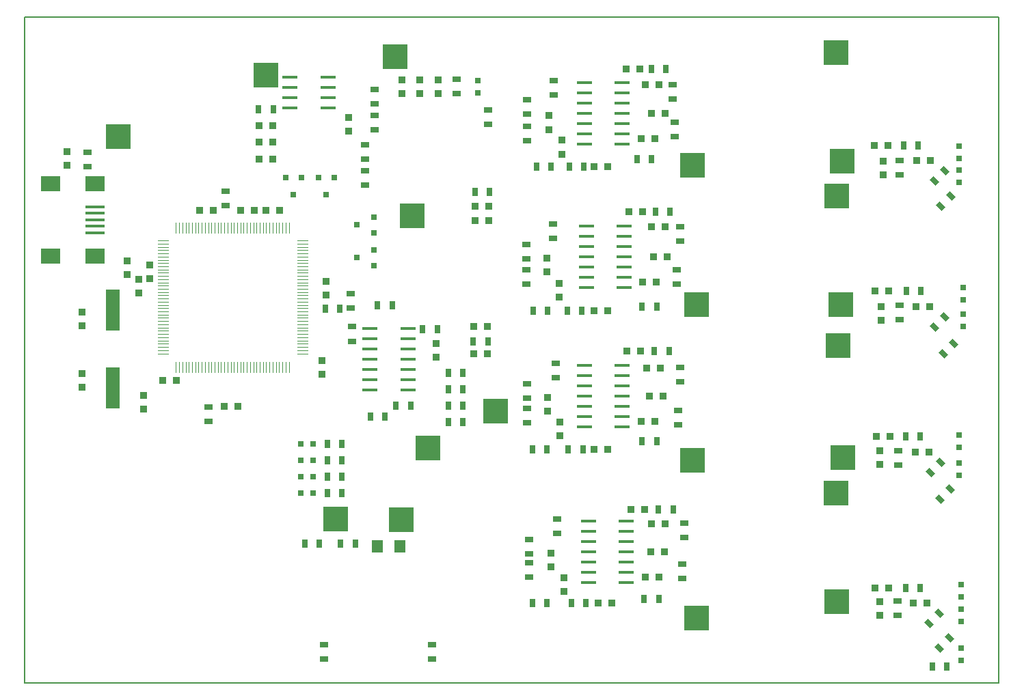
<source format=gbr>
%FSLAX24Y24*%
%MOIN*%
G04 EasyPC Gerber Version 16.0.4 Build 3240 *
%ADD122R,0.00300X0.05200*%
%ADD126R,0.02550X0.04124*%
%ADD133R,0.02746X0.02943*%
%ADD123R,0.03337X0.03731*%
%ADD135R,0.05699X0.06487*%
%ADD129R,0.07000X0.20400*%
%ADD136R,0.11900X0.11900*%
%ADD127R,0.02550X0.02550*%
%ADD78C,0.00500*%
%ADD121R,0.05200X0.00300*%
%AMT128*0 Rectangle Pad at angle 45*21,1,0.02550,0.04124,0,0,45*%
%ADD128T128*%
%ADD131R,0.09243X0.01369*%
%ADD130R,0.07200X0.01600*%
%ADD125R,0.04124X0.02550*%
%ADD134R,0.02943X0.02746*%
%ADD124R,0.03731X0.03337*%
%ADD132R,0.09243X0.07274*%
X0Y0D02*
D02*
D78*
X1630Y283D02*
X49130D01*
Y32783*
X1630*
Y283*
D02*
D121*
X8380Y16323D03*
Y16483D03*
Y16643D03*
Y16803D03*
Y16953D03*
Y17113D03*
Y17273D03*
Y17433D03*
Y17583D03*
Y17743D03*
Y17903D03*
Y18063D03*
Y18213D03*
Y18373D03*
Y18533D03*
Y18693D03*
Y18843D03*
Y19003D03*
Y19163D03*
Y19323D03*
Y19473D03*
Y19633D03*
Y19793D03*
Y19953D03*
Y20103D03*
Y20263D03*
Y20423D03*
Y20583D03*
Y20733D03*
Y20893D03*
Y21053D03*
Y21213D03*
Y21363D03*
Y21523D03*
Y21683D03*
Y21843D03*
X15180Y16323D03*
Y16483D03*
Y16643D03*
Y16803D03*
Y16953D03*
Y17113D03*
Y17273D03*
Y17433D03*
Y17583D03*
Y17743D03*
Y17903D03*
Y18063D03*
Y18213D03*
Y18373D03*
Y18533D03*
Y18693D03*
Y18843D03*
Y19003D03*
Y19163D03*
Y19323D03*
Y19473D03*
Y19633D03*
Y19793D03*
Y19953D03*
Y20103D03*
Y20263D03*
Y20423D03*
Y20583D03*
Y20733D03*
Y20893D03*
Y21053D03*
Y21213D03*
Y21363D03*
Y21523D03*
Y21683D03*
Y21843D03*
D02*
D122*
X9020Y15683D03*
Y22483D03*
X9180Y15683D03*
Y22483D03*
X9340Y15683D03*
Y22483D03*
X9500Y15683D03*
Y22483D03*
X9650Y15683D03*
Y22483D03*
X9810Y15683D03*
Y22483D03*
X9970Y15683D03*
Y22483D03*
X10130Y15683D03*
Y22483D03*
X10280Y15683D03*
Y22483D03*
X10440Y15683D03*
Y22483D03*
X10600Y15683D03*
Y22483D03*
X10760Y15683D03*
Y22483D03*
X10910Y15683D03*
Y22483D03*
X11070Y15683D03*
Y22483D03*
X11230Y15683D03*
Y22483D03*
X11390Y15683D03*
Y22483D03*
X11540Y15683D03*
Y22483D03*
X11700Y15683D03*
Y22483D03*
X11860Y15683D03*
Y22483D03*
X12020Y15683D03*
Y22483D03*
X12170Y15683D03*
Y22483D03*
X12330Y15683D03*
Y22483D03*
X12490Y15683D03*
Y22483D03*
X12650Y15683D03*
Y22483D03*
X12800Y15683D03*
Y22483D03*
X12960Y15683D03*
Y22483D03*
X13120Y15683D03*
Y22483D03*
X13280Y15683D03*
Y22483D03*
X13430Y15683D03*
Y22483D03*
X13590Y15683D03*
Y22483D03*
X13750Y15683D03*
Y22483D03*
X13910Y15683D03*
Y22483D03*
X14060Y15683D03*
Y22483D03*
X14220Y15683D03*
Y22483D03*
X14380Y15683D03*
Y22483D03*
X14540Y15683D03*
Y22483D03*
D02*
D123*
X3680Y25549D03*
Y26218D03*
X4430Y14699D03*
Y15368D03*
Y17699D03*
Y18368D03*
X6630Y20199D03*
Y20868D03*
X7180Y19299D03*
Y19968D03*
X7430Y13649D03*
Y14318D03*
X7730Y19999D03*
Y20668D03*
X16130Y15349D03*
Y16018D03*
X16330Y19199D03*
Y19868D03*
X17430Y27199D03*
Y27868D03*
X20030Y29049D03*
Y29718D03*
X20880Y29049D03*
Y29718D03*
X21680Y16179D03*
Y16848D03*
X21780Y29049D03*
Y29718D03*
X27080Y20349D03*
Y21018D03*
X27130Y13549D03*
Y14218D03*
X27180Y27294D03*
Y27964D03*
X27280Y5949D03*
Y6618D03*
X27680Y19099D03*
Y19768D03*
X27730Y12349D03*
Y13018D03*
X27830Y26094D03*
Y26764D03*
X27930Y4749D03*
Y5418D03*
X43324Y3583D03*
Y4252D03*
Y10933D03*
Y11602D03*
X43374Y17983D03*
Y18652D03*
X43474Y25083D03*
Y25752D03*
D02*
D124*
X8345Y15033D03*
X9015D03*
X10145Y23333D03*
X10815D03*
X11345Y13783D03*
X12015D03*
X12145Y23333D03*
X12815D03*
X13045Y25833D03*
Y26683D03*
Y27483D03*
X13395Y23333D03*
X13715Y25833D03*
Y26683D03*
Y27483D03*
X14065Y23333D03*
X23511Y16333D03*
Y17683D03*
X23595Y22833D03*
Y23533D03*
X24180Y16333D03*
Y17683D03*
X24265Y22833D03*
Y23533D03*
X29391Y18433D03*
X29395Y11683D03*
Y25479D03*
X29595Y4183D03*
X30060Y18433D03*
X30065Y11683D03*
Y25479D03*
X30265Y4183D03*
X30945Y30233D03*
X30995Y16483D03*
X31095Y23283D03*
X31195Y8733D03*
X31615Y30233D03*
X31665Y16483D03*
X31695Y13033D03*
Y26833D03*
X31745Y19833D03*
X31765Y23283D03*
X31865Y8733D03*
X31895Y5433D03*
Y29483D03*
X31945Y15633D03*
X32095Y14283D03*
X32145Y6683D03*
X32195Y8033D03*
Y22533D03*
Y28083D03*
X32295Y21088D03*
X32365Y13033D03*
Y26833D03*
X32415Y19833D03*
X32565Y5433D03*
Y29483D03*
X32615Y15633D03*
X32765Y14283D03*
X32815Y6683D03*
X32865Y8033D03*
Y22533D03*
Y28083D03*
X32965Y21088D03*
X43055Y26518D03*
X43089Y19417D03*
X43089Y4918D03*
X43139Y12318D03*
X43724Y26518D03*
X43758Y19417D03*
X43759Y4918D03*
X43809Y12318D03*
X44945Y4183D03*
X45045Y11533D03*
X45095Y18633D03*
X45105Y25768D03*
X45615Y4183D03*
X45715Y11533D03*
X45765Y18633D03*
X45774Y25768D03*
D02*
D125*
X4680Y25479D03*
Y26188D03*
X10580Y13029D03*
Y13738D03*
X11430Y23579D03*
Y24288D03*
X16230Y1429D03*
Y2138D03*
X17530Y18575D03*
Y19283D03*
X17580Y16959D03*
Y17668D03*
X18230Y24579D03*
Y25288D03*
Y25829D03*
Y26538D03*
X18680Y27279D03*
Y27988D03*
Y28529D03*
Y29238D03*
X21480Y1429D03*
Y2138D03*
X22680Y29029D03*
Y29738D03*
X24230Y27529D03*
Y28238D03*
X26080Y19729D03*
Y20438D03*
Y20979D03*
Y21688D03*
X26130Y12979D03*
Y13688D03*
Y14179D03*
Y14888D03*
Y26729D03*
Y27438D03*
Y28029D03*
Y28738D03*
X26230Y5429D03*
Y6138D03*
Y6579D03*
Y7288D03*
X27380Y21979D03*
Y22688D03*
X27430Y28979D03*
Y29688D03*
X27530Y15179D03*
Y15888D03*
X27580Y7579D03*
Y8288D03*
X33230Y28779D03*
Y29488D03*
X33330Y26929D03*
Y27638D03*
X33430Y19729D03*
Y20438D03*
X33480Y12879D03*
Y13588D03*
X33580Y14979D03*
Y15688D03*
Y21829D03*
Y22538D03*
X33680Y5379D03*
Y6088D03*
X33780Y7379D03*
Y8088D03*
X44174Y3563D03*
Y4272D03*
X44224Y10913D03*
Y11622D03*
X44274Y18013D03*
Y18722D03*
Y25063D03*
Y25772D03*
D02*
D126*
X13026Y28283D03*
X13734D03*
X15276Y7083D03*
X15984D03*
X16276Y18533D03*
X16376Y9533D03*
Y10333D03*
Y11133D03*
Y11933D03*
X16984Y18533D03*
X17026Y7083D03*
X17084Y9533D03*
Y10333D03*
Y11133D03*
Y11933D03*
X17734Y7083D03*
X18476Y13263D03*
X18826Y18713D03*
X19184Y13263D03*
X19534Y18713D03*
X19726Y13813D03*
X20434D03*
X21026Y17533D03*
X21734D03*
X22276Y13013D03*
Y13813D03*
Y14613D03*
Y15413D03*
X22984Y13013D03*
Y13813D03*
Y14613D03*
Y15413D03*
X23491Y16933D03*
X23576Y24233D03*
X24200Y16933D03*
X24284Y24233D03*
X26376Y4183D03*
Y11683D03*
X26421Y18433D03*
X26576Y25479D03*
X27084Y4183D03*
Y11683D03*
X27130Y18433D03*
X27284Y25479D03*
X28071Y18433D03*
X28126Y11683D03*
X28176Y25479D03*
X28276Y4183D03*
X28780Y18433D03*
X28834Y11683D03*
X28884Y25479D03*
X28984Y4183D03*
X31476Y25833D03*
X31726Y12083D03*
Y18633D03*
X31826Y4383D03*
X32176Y30233D03*
X32184Y25833D03*
X32326Y16483D03*
X32376Y23283D03*
X32434Y12083D03*
Y18633D03*
X32526Y8733D03*
X32534Y4383D03*
X32884Y30233D03*
X33034Y16483D03*
X33084Y23283D03*
X33234Y8733D03*
X44485Y26518D03*
X44570Y4918D03*
Y12318D03*
X44619Y19417D03*
X45194Y26518D03*
X45278Y4918D03*
Y12318D03*
X45328Y19417D03*
X45870Y1068D03*
X46578D03*
D02*
D127*
X15085Y9533D03*
Y10333D03*
Y11133D03*
Y11933D03*
X15675Y9533D03*
Y10333D03*
Y11133D03*
Y11933D03*
X23730Y29088D03*
Y29679D03*
X47174Y10422D03*
Y11013D03*
Y11772D03*
Y12363D03*
X47189Y24722D03*
Y25313D03*
Y25872D03*
Y26463D03*
X47274Y1372D03*
Y1963D03*
Y3272D03*
Y3863D03*
Y4472D03*
Y5063D03*
X47374Y18972D03*
Y19562D03*
X47374Y17672D03*
Y18263D03*
D02*
D128*
X45729Y3183D03*
X45779Y10533D03*
X45979Y17633D03*
Y24783D03*
X46224Y1967D03*
X46231Y3684D03*
X46235Y9237D03*
X46281Y11034D03*
X46295Y23533D03*
X46429Y16332D03*
X46481Y18134D03*
Y25284D03*
X46725Y2468D03*
X46736Y9739D03*
X46796Y24034D03*
X46930Y16833D03*
D02*
D129*
X5930Y14683D03*
Y18483D03*
D02*
D130*
X14550Y28333D03*
Y28833D03*
Y29333D03*
Y29833D03*
X16410Y28333D03*
Y28833D03*
Y29333D03*
Y29833D03*
X18450Y14563D03*
Y15063D03*
Y15563D03*
Y16063D03*
Y16563D03*
Y17063D03*
Y17563D03*
X20310Y14563D03*
Y15063D03*
Y15563D03*
Y16063D03*
Y16563D03*
Y17063D03*
Y17563D03*
X28900Y12783D03*
Y13283D03*
Y13783D03*
Y14283D03*
Y14783D03*
Y15283D03*
Y15783D03*
Y26583D03*
Y27083D03*
Y27583D03*
Y28083D03*
Y28583D03*
Y29083D03*
Y29583D03*
X29000Y19583D03*
Y20083D03*
Y20583D03*
Y21083D03*
Y21583D03*
Y22083D03*
Y22583D03*
X29100Y5183D03*
Y5683D03*
Y6183D03*
Y6683D03*
Y7183D03*
Y7683D03*
Y8183D03*
X30760Y12783D03*
Y13283D03*
Y13783D03*
Y14283D03*
Y14783D03*
Y15283D03*
Y15783D03*
Y26583D03*
Y27083D03*
Y27583D03*
Y28083D03*
Y28583D03*
Y29083D03*
Y29583D03*
X30860Y19583D03*
Y20083D03*
Y20583D03*
Y21083D03*
Y21583D03*
Y22083D03*
Y22583D03*
X30960Y5183D03*
Y5683D03*
Y6183D03*
Y6683D03*
Y7183D03*
Y7683D03*
Y8183D03*
D02*
D131*
X5064Y22253D03*
Y22568D03*
Y22883D03*
Y23198D03*
Y23513D03*
D02*
D132*
X2899Y21112D03*
Y24655D03*
X5064Y21112D03*
Y24655D03*
D02*
D133*
X14336Y24947D03*
X14730Y24120D03*
X15124Y24947D03*
X15936D03*
X16330Y24120D03*
X16724Y24947D03*
D02*
D134*
X17817Y21033D03*
Y22633D03*
X18643Y20640D03*
Y21427D03*
Y22240D03*
Y23027D03*
D02*
D135*
X18829Y6933D03*
X19931D03*
D02*
D136*
X6180Y26933D03*
X13380Y29933D03*
X16780Y8283D03*
X19680Y30833D03*
X19980Y8233D03*
X20530Y23083D03*
X21280Y11733D03*
X24580Y13533D03*
X34180Y11133D03*
Y25533D03*
X34380Y3433D03*
Y18733D03*
X41180Y9533D03*
Y31033D03*
X41230Y4233D03*
Y24033D03*
X41280Y16733D03*
X41430Y18733D03*
X41480Y25733D03*
X41530Y11283D03*
X0Y0D02*
M02*

</source>
